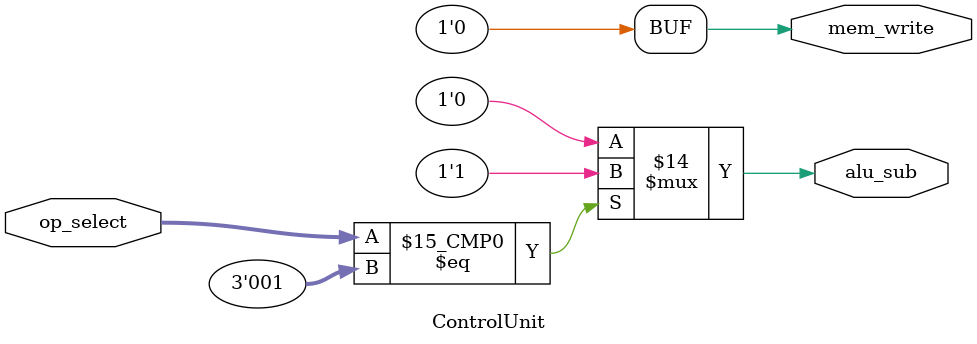
<source format=v>
module ControlUnit (
    input [2:0] op_select,
    output reg alu_sub,
    output reg mem_write
);
    always @(*) begin
        // Control signals based on op_select
        case (op_select)
            3'b000: begin // ADD
                alu_sub = 1'b0;
                mem_write = 1'b0;
            end
            3'b001: begin // SUB
                alu_sub = 1'b1;
                mem_write = 1'b0;
            end
            3'b010: begin // AND
                alu_sub = 1'b0;
                mem_write = 1'b0;
            end
            3'b011: begin // OR
                alu_sub = 1'b0;
                mem_write = 1'b0;
            end
            3'b100: begin // MUL
                alu_sub = 1'b0;
                mem_write = 1'b0;
            end
            3'b101: begin // DIV
                alu_sub = 1'b0;
                mem_write = 1'b0;
            end
            default: begin
                alu_sub = 1'b0;
                mem_write = 1'b0;
            end
        endcase
    end
endmodule


</source>
